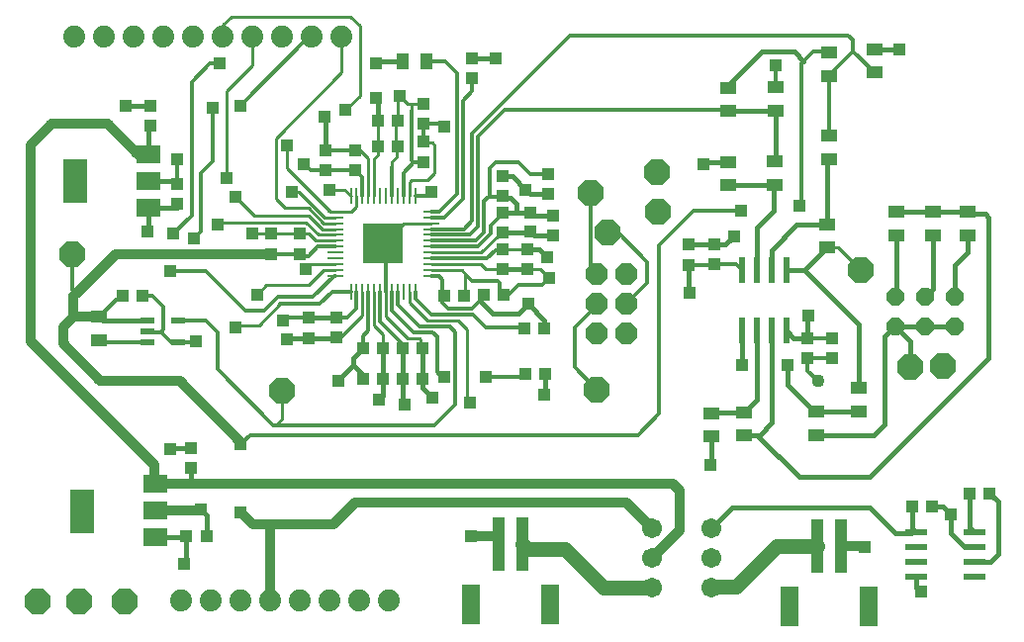
<source format=gtl>
G75*
%MOIN*%
%OFA0B0*%
%FSLAX25Y25*%
%IPPOS*%
%LPD*%
%AMOC8*
5,1,8,0,0,1.08239X$1,22.5*
%
%ADD10R,0.04331X0.03937*%
%ADD11R,0.03937X0.04331*%
%ADD12R,0.07900X0.05900*%
%ADD13R,0.07900X0.15000*%
%ADD14OC8,0.06000*%
%ADD15R,0.03937X0.18110*%
%ADD16R,0.06299X0.13386*%
%ADD17R,0.02362X0.08661*%
%ADD18C,0.07400*%
%ADD19OC8,0.07400*%
%ADD20R,0.05512X0.04331*%
%ADD21R,0.04331X0.05512*%
%ADD22C,0.06731*%
%ADD23OC8,0.08500*%
%ADD24R,0.13800X0.13800*%
%ADD25R,0.01100X0.05800*%
%ADD26R,0.05800X0.01100*%
%ADD27R,0.04724X0.02165*%
%ADD28R,0.07800X0.02100*%
%ADD29C,0.01200*%
%ADD30C,0.01600*%
%ADD31R,0.04362X0.04362*%
%ADD32C,0.01000*%
%ADD33C,0.03200*%
%ADD34C,0.04362*%
%ADD35C,0.05000*%
D10*
X0267811Y0137575D03*
X0274504Y0137575D03*
X0327181Y0190764D03*
X0333874Y0190764D03*
X0340764Y0190685D03*
X0347457Y0190685D03*
X0347339Y0201157D03*
X0340646Y0201157D03*
X0333953Y0201157D03*
X0327260Y0201157D03*
X0354622Y0218874D03*
X0361315Y0218874D03*
X0367850Y0218992D03*
X0374543Y0218992D03*
X0381709Y0207614D03*
X0388402Y0207614D03*
X0388677Y0192496D03*
X0381984Y0192496D03*
X0339110Y0268953D03*
X0332417Y0268953D03*
X0332299Y0277850D03*
X0338992Y0277850D03*
X0253047Y0218795D03*
X0246354Y0218795D03*
X0512417Y0147890D03*
X0519110Y0147890D03*
X0531709Y0152220D03*
X0538402Y0152220D03*
D11*
X0477024Y0197772D03*
X0485252Y0197850D03*
X0485252Y0204543D03*
X0477024Y0204465D03*
X0445646Y0229307D03*
X0437024Y0229228D03*
X0437024Y0235921D03*
X0445646Y0236000D03*
X0391472Y0238992D03*
X0382811Y0234268D03*
X0374386Y0234386D03*
X0374386Y0240094D03*
X0374386Y0246787D03*
X0374228Y0252378D03*
X0374228Y0259071D03*
X0389504Y0259661D03*
X0389504Y0252969D03*
X0391472Y0245685D03*
X0382811Y0227575D03*
X0374386Y0227693D03*
X0324701Y0261039D03*
X0324701Y0267732D03*
X0314661Y0267654D03*
X0314661Y0260961D03*
X0305843Y0239583D03*
X0305843Y0232890D03*
X0296157Y0232890D03*
X0296157Y0239583D03*
X0264543Y0249819D03*
X0264543Y0256512D03*
X0255528Y0276197D03*
X0255528Y0282890D03*
X0347772Y0283283D03*
X0347772Y0276591D03*
X0347693Y0270567D03*
X0347693Y0263874D03*
X0363835Y0292024D03*
X0363835Y0298717D03*
X0318441Y0211354D03*
X0318441Y0204661D03*
X0308953Y0204543D03*
X0308953Y0211236D03*
X0269386Y0167378D03*
X0269386Y0160685D03*
D12*
X0257416Y0155297D03*
X0257416Y0146297D03*
X0257416Y0137297D03*
X0255014Y0248399D03*
X0255014Y0257399D03*
X0255014Y0266399D03*
D13*
X0230214Y0257299D03*
X0232616Y0146197D03*
D14*
X0506591Y0208441D03*
X0516591Y0208441D03*
X0526591Y0208441D03*
X0526591Y0218441D03*
X0516591Y0218441D03*
X0506591Y0218441D03*
D15*
X0380843Y0135173D03*
X0372969Y0135173D03*
X0480331Y0134386D03*
X0488205Y0134386D03*
D16*
X0497654Y0113913D03*
X0470882Y0113913D03*
X0390291Y0114701D03*
X0363520Y0114701D03*
D17*
X0454917Y0206945D03*
X0459917Y0206945D03*
X0464917Y0206945D03*
X0469917Y0206945D03*
X0469917Y0227417D03*
X0464917Y0227417D03*
X0459917Y0227417D03*
X0454917Y0227417D03*
D18*
X0320000Y0306000D03*
X0310000Y0306000D03*
X0300000Y0306000D03*
X0290000Y0306000D03*
X0280000Y0306000D03*
X0270000Y0306000D03*
X0260000Y0306000D03*
X0250000Y0306000D03*
X0240000Y0306000D03*
X0230000Y0306000D03*
X0266000Y0116000D03*
X0276000Y0116000D03*
X0286000Y0116000D03*
X0296000Y0116000D03*
X0306000Y0116000D03*
X0316000Y0116000D03*
X0326000Y0116000D03*
X0336000Y0116000D03*
D19*
X0406000Y0206000D03*
X0416000Y0206000D03*
X0416000Y0216000D03*
X0406000Y0216000D03*
X0406000Y0226000D03*
X0416000Y0226000D03*
D20*
X0450449Y0255961D03*
X0450449Y0263835D03*
X0466000Y0263913D03*
X0466000Y0256039D03*
X0484307Y0264701D03*
X0484307Y0272575D03*
X0466394Y0281118D03*
X0466394Y0288992D03*
X0450449Y0288874D03*
X0450449Y0281000D03*
X0484228Y0292811D03*
X0484228Y0300685D03*
X0499543Y0301787D03*
X0499543Y0293913D03*
X0506827Y0246906D03*
X0506827Y0239031D03*
X0519346Y0239031D03*
X0519346Y0246906D03*
X0531079Y0246906D03*
X0531079Y0239031D03*
X0483520Y0242811D03*
X0483520Y0234937D03*
X0494386Y0187614D03*
X0494386Y0179740D03*
X0480016Y0179740D03*
X0480016Y0171866D03*
X0455764Y0171591D03*
X0455764Y0179465D03*
X0444661Y0179150D03*
X0444661Y0171276D03*
X0238480Y0203795D03*
X0238480Y0211669D03*
D21*
X0340685Y0297614D03*
X0348559Y0297614D03*
D22*
X0424661Y0140449D03*
X0424661Y0130449D03*
X0424661Y0120449D03*
X0444661Y0120449D03*
X0444661Y0130449D03*
X0444661Y0140449D03*
D23*
X0217811Y0115567D03*
X0231512Y0115567D03*
X0246945Y0115764D03*
X0300094Y0186669D03*
X0229465Y0232890D03*
X0404031Y0253559D03*
X0409740Y0239976D03*
X0426787Y0247063D03*
X0426315Y0260449D03*
X0494976Y0227378D03*
X0511630Y0194740D03*
X0522654Y0195055D03*
X0406000Y0187220D03*
D24*
X0334031Y0236236D03*
D25*
X0333031Y0220036D03*
X0331031Y0220036D03*
X0329131Y0220036D03*
X0327131Y0220036D03*
X0325131Y0220036D03*
X0323231Y0220036D03*
X0335031Y0220036D03*
X0337031Y0220036D03*
X0338931Y0220036D03*
X0340931Y0220036D03*
X0342931Y0220036D03*
X0344831Y0220036D03*
X0344831Y0252436D03*
X0342931Y0252436D03*
X0340931Y0252436D03*
X0338931Y0252436D03*
X0337031Y0252436D03*
X0335031Y0252436D03*
X0333031Y0252436D03*
X0331031Y0252436D03*
X0329131Y0252436D03*
X0327131Y0252436D03*
X0325131Y0252436D03*
X0323231Y0252436D03*
D26*
X0317831Y0247036D03*
X0317831Y0245136D03*
X0317831Y0243136D03*
X0317831Y0241136D03*
X0317831Y0239236D03*
X0317831Y0237236D03*
X0317831Y0235236D03*
X0317831Y0233236D03*
X0317831Y0231336D03*
X0317831Y0229336D03*
X0317831Y0227336D03*
X0317831Y0225436D03*
X0350231Y0225436D03*
X0350231Y0227336D03*
X0350231Y0229336D03*
X0350231Y0231336D03*
X0350231Y0233236D03*
X0350231Y0235236D03*
X0350231Y0237236D03*
X0350231Y0239236D03*
X0350231Y0241136D03*
X0350231Y0243136D03*
X0350231Y0245136D03*
X0350231Y0247036D03*
D27*
X0264858Y0210488D03*
X0254622Y0210488D03*
X0254622Y0206748D03*
X0254622Y0203008D03*
X0264858Y0203008D03*
D28*
X0513780Y0139169D03*
X0513780Y0134169D03*
X0513780Y0129169D03*
X0513780Y0124169D03*
X0533180Y0124169D03*
X0533180Y0129169D03*
X0533180Y0134169D03*
X0533180Y0139169D03*
D29*
X0480528Y0189976D02*
X0477024Y0193480D01*
X0477024Y0197772D01*
X0477102Y0197850D01*
X0485252Y0197850D01*
X0485252Y0204543D02*
X0477102Y0204543D01*
X0477024Y0204465D01*
X0454917Y0227417D02*
X0453028Y0229307D01*
X0445646Y0229307D01*
X0445567Y0229228D01*
X0437024Y0229228D01*
X0426984Y0235646D02*
X0426984Y0178953D01*
X0419898Y0171866D01*
X0289189Y0171866D01*
X0286039Y0168717D01*
X0297063Y0175016D02*
X0297850Y0175016D01*
X0351394Y0175016D01*
X0358480Y0182102D01*
X0358480Y0206512D01*
X0356512Y0208480D01*
X0346276Y0208480D01*
X0338931Y0215824D01*
X0338931Y0220036D01*
X0337031Y0220036D02*
X0337031Y0213787D01*
X0344307Y0206512D01*
X0350606Y0206512D01*
X0352181Y0204937D01*
X0352181Y0193126D01*
X0353756Y0191551D01*
X0354543Y0191551D01*
X0368717Y0191551D02*
X0381039Y0191551D01*
X0381984Y0192496D01*
X0381827Y0192339D01*
X0398638Y0194583D02*
X0406000Y0187220D01*
X0398638Y0194583D02*
X0398638Y0208087D01*
X0406000Y0215449D01*
X0406000Y0216000D01*
X0416000Y0216000D02*
X0423047Y0223047D01*
X0423047Y0230134D01*
X0413205Y0239976D01*
X0409740Y0239976D01*
X0404031Y0227969D02*
X0406000Y0226000D01*
X0404031Y0227969D02*
X0404031Y0253559D01*
X0389504Y0259661D02*
X0383677Y0259661D01*
X0379740Y0263598D01*
X0371866Y0263598D01*
X0369898Y0261630D01*
X0369898Y0252575D01*
X0370291Y0252181D01*
X0374031Y0252181D01*
X0374228Y0252378D01*
X0373638Y0251787D01*
X0370291Y0252181D02*
X0369504Y0252181D01*
X0367929Y0250606D01*
X0367929Y0239976D01*
X0365189Y0237236D01*
X0350231Y0237236D01*
X0350247Y0235252D02*
X0350231Y0235236D01*
X0350247Y0235252D02*
X0365961Y0235252D01*
X0370291Y0239583D01*
X0370291Y0242339D01*
X0374386Y0246433D01*
X0374386Y0246787D01*
X0365961Y0241945D02*
X0363252Y0239236D01*
X0350231Y0239236D01*
X0350231Y0241136D02*
X0361215Y0241136D01*
X0363992Y0243913D01*
X0363992Y0273441D01*
X0397063Y0306512D01*
X0490764Y0306512D01*
X0492339Y0304937D01*
X0492339Y0301118D01*
X0485331Y0294110D01*
X0485331Y0293913D01*
X0484228Y0292811D02*
X0484228Y0272654D01*
X0466394Y0288992D02*
X0466354Y0289031D01*
X0466354Y0296276D01*
X0475016Y0297063D02*
X0475016Y0249819D01*
X0474228Y0249031D01*
X0454543Y0247457D02*
X0438795Y0247457D01*
X0426984Y0235646D01*
X0389976Y0224622D02*
X0387614Y0222260D01*
X0379740Y0222260D01*
X0376472Y0218992D01*
X0374543Y0218992D01*
X0373441Y0220094D01*
X0373441Y0223047D01*
X0372654Y0223835D01*
X0363992Y0223835D01*
X0367850Y0218992D02*
X0367850Y0218244D01*
X0366748Y0217142D01*
X0363992Y0214386D01*
X0356118Y0214386D01*
X0354150Y0216354D01*
X0354150Y0218402D01*
X0354622Y0218874D01*
X0354150Y0219346D01*
X0354150Y0224228D01*
X0352942Y0225436D01*
X0350231Y0225436D01*
X0344831Y0220036D02*
X0344831Y0217798D01*
X0350213Y0212417D01*
X0364386Y0212417D01*
X0368717Y0208087D01*
X0381236Y0208087D01*
X0381709Y0207614D01*
X0369131Y0231336D02*
X0350231Y0231336D01*
X0335031Y0236260D02*
X0334055Y0236260D01*
X0334031Y0236236D01*
X0335031Y0236260D02*
X0335031Y0220036D01*
X0333031Y0220036D02*
X0333031Y0209913D01*
X0340646Y0202299D01*
X0340646Y0201157D01*
X0340764Y0201039D01*
X0329131Y0207084D02*
X0329131Y0220036D01*
X0325131Y0220036D02*
X0325131Y0214502D01*
X0321866Y0211236D01*
X0318559Y0211236D01*
X0318441Y0211354D01*
X0312811Y0215961D02*
X0299425Y0215961D01*
X0298638Y0218323D02*
X0293913Y0213598D01*
X0287614Y0213598D01*
X0274228Y0226984D01*
X0262417Y0226984D01*
X0256433Y0218795D02*
X0260055Y0215173D01*
X0260055Y0207299D01*
X0259268Y0206512D01*
X0254858Y0206512D01*
X0254622Y0206748D01*
X0254622Y0203008D02*
X0239268Y0203008D01*
X0238480Y0203795D01*
X0238480Y0211669D02*
X0245606Y0218795D01*
X0246354Y0218795D01*
X0253047Y0218795D02*
X0256433Y0218795D01*
X0264858Y0210488D02*
X0274189Y0210488D01*
X0278165Y0206512D01*
X0278165Y0193913D01*
X0297063Y0175016D01*
X0327181Y0201079D02*
X0327260Y0201157D01*
X0327260Y0205213D01*
X0329131Y0207084D01*
X0323231Y0220036D02*
X0316887Y0220036D01*
X0312811Y0215961D01*
X0310449Y0218323D02*
X0298638Y0218323D01*
X0301118Y0211354D02*
X0302457Y0211354D01*
X0302575Y0211236D01*
X0308953Y0211236D01*
X0309071Y0211354D01*
X0302575Y0211354D02*
X0302575Y0211236D01*
X0301118Y0211354D02*
X0300213Y0210449D01*
X0310449Y0218323D02*
X0317562Y0225436D01*
X0317831Y0225436D01*
X0308874Y0232102D02*
X0306630Y0232102D01*
X0305843Y0232890D01*
X0296157Y0232890D01*
X0308874Y0232102D02*
X0312008Y0235236D01*
X0317831Y0235236D01*
X0327131Y0252436D02*
X0327131Y0258609D01*
X0324701Y0261039D01*
X0314740Y0261039D01*
X0314661Y0260961D01*
X0309543Y0260961D01*
X0307299Y0263205D01*
X0314740Y0267732D02*
X0324701Y0267732D01*
X0337031Y0262228D02*
X0337031Y0252436D01*
X0340931Y0252436D02*
X0340931Y0260223D01*
X0344307Y0263598D01*
X0343520Y0264386D01*
X0343520Y0280921D01*
X0345882Y0283283D02*
X0347772Y0283283D01*
X0347772Y0276591D02*
X0347772Y0270646D01*
X0347693Y0270567D01*
X0347772Y0276591D02*
X0353756Y0276591D01*
X0354543Y0275803D01*
X0365961Y0272260D02*
X0375016Y0281315D01*
X0450134Y0281315D01*
X0450449Y0281000D01*
X0475016Y0297063D02*
X0475803Y0297850D01*
X0478953Y0301000D01*
X0483913Y0301000D01*
X0492339Y0301118D02*
X0499543Y0293913D01*
X0382811Y0234268D02*
X0382693Y0234386D01*
X0374386Y0234386D02*
X0374071Y0234071D01*
X0371866Y0234071D01*
X0369131Y0231336D01*
X0365961Y0241945D02*
X0365961Y0272260D01*
X0347693Y0263874D02*
X0347417Y0263598D01*
X0344307Y0263598D01*
X0339110Y0268953D02*
X0338992Y0269071D01*
X0339110Y0268953D02*
X0338402Y0268244D01*
X0350213Y0253756D02*
X0348893Y0252436D01*
X0344831Y0252436D01*
X0350231Y0247036D02*
X0352942Y0247036D01*
X0358874Y0252969D01*
X0358874Y0293598D01*
X0354858Y0297614D01*
X0348559Y0297614D01*
X0363835Y0292024D02*
X0363992Y0291866D01*
X0363992Y0287614D01*
X0360843Y0284465D01*
X0360843Y0251394D01*
X0354585Y0245136D01*
X0350231Y0245136D01*
X0309150Y0306000D02*
X0286039Y0282890D01*
X0276591Y0282102D02*
X0276591Y0263992D01*
X0272654Y0260055D01*
X0272654Y0240370D01*
X0270291Y0238008D01*
X0263205Y0239583D02*
X0269504Y0245882D01*
X0269504Y0290764D01*
X0275803Y0297063D01*
X0278953Y0297063D01*
X0309150Y0306000D02*
X0310000Y0306000D01*
X0264780Y0264780D02*
X0264543Y0264543D01*
X0264543Y0256512D01*
X0264543Y0256848D01*
X0263992Y0257399D01*
X0264543Y0249819D02*
X0264543Y0248950D01*
X0263992Y0248399D01*
X0229465Y0232890D02*
X0229465Y0220567D01*
X0230528Y0219504D01*
X0259268Y0206512D02*
X0262772Y0203008D01*
X0264858Y0203008D01*
X0270724Y0203008D01*
X0271079Y0203362D01*
D30*
X0254622Y0210488D02*
X0240370Y0210488D01*
X0239622Y0211236D01*
X0239661Y0210488D02*
X0238480Y0211669D01*
X0239661Y0210488D02*
X0240370Y0210488D01*
X0254543Y0240370D02*
X0255014Y0240841D01*
X0255014Y0248399D01*
X0263992Y0248399D01*
X0264698Y0248399D01*
X0265231Y0257399D02*
X0263992Y0257399D01*
X0255014Y0257399D01*
X0255014Y0266399D02*
X0255014Y0275683D01*
X0255528Y0276197D01*
X0255528Y0282890D02*
X0247457Y0282890D01*
X0314386Y0278953D02*
X0314661Y0278677D01*
X0314661Y0267654D01*
X0314740Y0267732D01*
X0332299Y0277850D02*
X0332299Y0284661D01*
X0331709Y0285252D01*
X0331709Y0297063D02*
X0332260Y0297614D01*
X0340685Y0297614D01*
X0363835Y0298717D02*
X0371787Y0298717D01*
X0371866Y0298638D01*
X0374228Y0259071D02*
X0377575Y0259071D01*
X0382102Y0254543D01*
X0383677Y0252969D01*
X0389504Y0252969D01*
X0391472Y0245685D02*
X0384661Y0245685D01*
X0383677Y0246669D01*
X0383559Y0246787D01*
X0378953Y0246787D01*
X0378953Y0249819D01*
X0376984Y0251787D01*
X0373638Y0251787D01*
X0374386Y0246787D02*
X0378953Y0246787D01*
X0383677Y0240370D02*
X0383402Y0240094D01*
X0374386Y0240094D01*
X0383677Y0240370D02*
X0385055Y0238992D01*
X0391472Y0238992D01*
X0386512Y0234386D02*
X0382929Y0234386D01*
X0382811Y0234268D01*
X0386512Y0234386D02*
X0389189Y0231709D01*
X0382811Y0227575D02*
X0374504Y0227575D01*
X0366748Y0217142D02*
X0371079Y0212811D01*
X0379740Y0212811D01*
X0382890Y0215961D01*
X0388402Y0210449D01*
X0388402Y0207614D01*
X0388402Y0209661D01*
X0388677Y0192496D02*
X0388677Y0185528D01*
X0388402Y0185252D01*
X0350606Y0184465D02*
X0347457Y0187614D01*
X0347457Y0190685D01*
X0347339Y0190803D01*
X0347339Y0201157D01*
X0340764Y0201039D02*
X0340764Y0190685D01*
X0340764Y0182496D01*
X0341157Y0182102D01*
X0333874Y0185055D02*
X0333874Y0190764D01*
X0333874Y0201079D01*
X0333953Y0201157D01*
X0327260Y0201157D02*
X0323835Y0197732D01*
X0323835Y0195488D01*
X0327181Y0192142D01*
X0327181Y0190764D01*
X0323835Y0195488D02*
X0319898Y0191551D01*
X0319898Y0190764D01*
X0319110Y0189976D01*
X0332496Y0183677D02*
X0333874Y0185055D01*
X0318323Y0204543D02*
X0308953Y0204543D01*
X0302181Y0204543D01*
X0301787Y0204150D01*
X0309071Y0211354D02*
X0318441Y0211354D01*
X0269386Y0167378D02*
X0262654Y0167378D01*
X0262417Y0167142D01*
X0269386Y0160685D02*
X0269386Y0156754D01*
X0267929Y0155297D01*
X0272654Y0146669D02*
X0274504Y0144819D01*
X0274504Y0137575D01*
X0267811Y0137575D02*
X0267811Y0129228D01*
X0267142Y0128559D01*
X0267533Y0137297D02*
X0257416Y0137297D01*
X0267533Y0137297D02*
X0267811Y0137575D01*
X0257416Y0155297D02*
X0257382Y0155331D01*
X0372969Y0137693D02*
X0372969Y0137220D01*
X0372969Y0135173D01*
X0444661Y0140449D02*
X0451669Y0147457D01*
X0497850Y0147457D01*
X0506512Y0138795D01*
X0512024Y0138795D01*
X0512398Y0139169D01*
X0513780Y0139169D01*
X0512417Y0140532D01*
X0512417Y0147890D01*
X0519110Y0147890D02*
X0522614Y0147890D01*
X0525409Y0145094D01*
X0525409Y0138795D01*
X0530035Y0134169D01*
X0533180Y0134169D01*
X0533180Y0129169D02*
X0538618Y0129169D01*
X0541157Y0131709D01*
X0541157Y0149465D01*
X0538402Y0152220D01*
X0531709Y0152220D02*
X0531709Y0140641D01*
X0533180Y0139169D01*
X0513780Y0124169D02*
X0513780Y0120503D01*
X0515173Y0119110D01*
X0497850Y0157693D02*
X0474228Y0157693D01*
X0460055Y0171866D01*
X0456039Y0171866D01*
X0455764Y0171591D01*
X0460055Y0171866D02*
X0460843Y0171866D01*
X0464917Y0175941D01*
X0464917Y0206945D01*
X0459917Y0206945D02*
X0459917Y0183618D01*
X0455764Y0179465D01*
X0444976Y0179465D01*
X0444661Y0179150D01*
X0444661Y0171276D02*
X0444661Y0161984D01*
X0444307Y0161630D01*
X0480016Y0171866D02*
X0499425Y0171866D01*
X0503087Y0175528D01*
X0503087Y0204937D01*
X0506591Y0208441D01*
X0511630Y0203402D01*
X0511630Y0194740D01*
X0494386Y0187614D02*
X0494386Y0209031D01*
X0476000Y0227417D01*
X0483520Y0234937D01*
X0483441Y0242732D02*
X0473441Y0242732D01*
X0464917Y0234209D01*
X0464917Y0227417D01*
X0459917Y0227417D02*
X0459917Y0241807D01*
X0465567Y0247457D01*
X0465567Y0255606D01*
X0466000Y0256039D01*
X0465921Y0255961D01*
X0450449Y0255961D01*
X0450449Y0263835D02*
X0442575Y0263835D01*
X0441945Y0263205D01*
X0466000Y0263913D02*
X0466394Y0264307D01*
X0466394Y0281118D01*
X0450567Y0281118D01*
X0450449Y0281000D01*
X0450449Y0288874D02*
X0450449Y0289819D01*
X0461630Y0301000D01*
X0472654Y0301000D01*
X0475803Y0297850D01*
X0483913Y0301000D02*
X0484228Y0300685D01*
X0485331Y0293913D02*
X0484228Y0292811D01*
X0499543Y0301787D02*
X0508087Y0301787D01*
X0484228Y0272654D02*
X0484307Y0272575D01*
X0484307Y0264701D02*
X0483520Y0263913D01*
X0483520Y0242811D01*
X0483441Y0242732D01*
X0476000Y0227417D02*
X0469917Y0227417D01*
X0452181Y0238795D02*
X0449386Y0236000D01*
X0445646Y0236000D01*
X0437102Y0236000D01*
X0437024Y0235921D01*
X0437024Y0229228D02*
X0437024Y0220094D01*
X0437220Y0219898D01*
X0454917Y0206945D02*
X0454917Y0195508D01*
X0454937Y0195488D01*
X0470291Y0195488D02*
X0470291Y0188677D01*
X0479228Y0179740D01*
X0480016Y0179740D01*
X0494386Y0179740D01*
X0497850Y0157693D02*
X0538008Y0197850D01*
X0538008Y0245094D01*
X0536827Y0246276D01*
X0531709Y0246276D01*
X0531079Y0246906D01*
X0519346Y0246906D01*
X0506827Y0246906D01*
X0506827Y0239031D02*
X0506827Y0218677D01*
X0506591Y0218441D01*
X0516591Y0218441D02*
X0519346Y0221197D01*
X0519346Y0239031D01*
X0530921Y0238874D02*
X0530921Y0233283D01*
X0526591Y0228953D01*
X0526591Y0218441D01*
X0526591Y0208441D02*
X0516591Y0208441D01*
X0506591Y0208441D01*
X0477378Y0212024D02*
X0477024Y0211669D01*
X0477024Y0204465D01*
X0472398Y0204465D01*
X0469917Y0206945D01*
X0530921Y0238874D02*
X0531079Y0239031D01*
D31*
X0474228Y0249031D03*
X0454543Y0247457D03*
X0452181Y0238795D03*
X0437220Y0219898D03*
X0454937Y0195488D03*
X0470291Y0195488D03*
X0477378Y0212024D03*
X0444307Y0161630D03*
X0496276Y0134071D03*
X0515173Y0119110D03*
X0525409Y0145094D03*
X0388402Y0185252D03*
X0368717Y0191551D03*
X0363205Y0182890D03*
X0354543Y0191551D03*
X0350606Y0184465D03*
X0341157Y0182102D03*
X0332496Y0183677D03*
X0319110Y0189976D03*
X0301787Y0204150D03*
X0300213Y0210449D03*
X0291551Y0219110D03*
X0308087Y0227772D03*
X0289976Y0239583D03*
X0278165Y0242732D03*
X0270291Y0238008D03*
X0263205Y0239583D03*
X0254543Y0240370D03*
X0262417Y0226984D03*
X0284465Y0208087D03*
X0271079Y0203362D03*
X0262417Y0167142D03*
X0286039Y0168717D03*
X0272654Y0146669D03*
X0286039Y0145882D03*
X0267142Y0128559D03*
X0363598Y0137614D03*
X0382890Y0215961D03*
X0389976Y0224622D03*
X0389189Y0231709D03*
X0383677Y0240370D03*
X0383677Y0246669D03*
X0382102Y0254543D03*
X0350213Y0253756D03*
X0354543Y0275803D03*
X0339583Y0286039D03*
X0331709Y0285252D03*
X0321472Y0281315D03*
X0314386Y0278953D03*
X0301787Y0269504D03*
X0307299Y0263205D03*
X0303362Y0253756D03*
X0315961Y0254543D03*
X0284465Y0252181D03*
X0281315Y0258480D03*
X0264780Y0264780D03*
X0276591Y0282102D03*
X0286039Y0282890D03*
X0278953Y0297063D03*
X0247457Y0282890D03*
X0331709Y0297063D03*
X0371866Y0298638D03*
X0441945Y0263205D03*
X0466354Y0296276D03*
X0508087Y0301787D03*
D32*
X0487417Y0234937D02*
X0483520Y0234937D01*
X0487417Y0234937D02*
X0494976Y0227378D01*
X0389976Y0224622D02*
X0387024Y0227575D01*
X0382811Y0227575D01*
X0374504Y0227575D02*
X0374386Y0227693D01*
X0368795Y0227693D01*
X0367142Y0229346D01*
X0350242Y0229346D01*
X0350231Y0229336D01*
X0350231Y0227336D02*
X0360491Y0227336D01*
X0361630Y0226197D01*
X0363992Y0223835D01*
X0361630Y0226197D02*
X0361630Y0219189D01*
X0361315Y0218874D01*
X0359268Y0210449D02*
X0349031Y0210449D01*
X0342931Y0216549D01*
X0342931Y0220036D01*
X0335031Y0220036D02*
X0335031Y0211850D01*
X0342339Y0204543D01*
X0346276Y0204543D01*
X0346669Y0204150D01*
X0346669Y0201827D01*
X0347339Y0201157D01*
X0345724Y0201157D01*
X0347339Y0201157D02*
X0347457Y0201039D01*
X0333953Y0201157D02*
X0333953Y0205843D01*
X0330921Y0208874D01*
X0330921Y0219926D01*
X0331031Y0220036D01*
X0327131Y0220036D02*
X0327131Y0212171D01*
X0319622Y0204661D01*
X0318441Y0204661D01*
X0318323Y0204543D01*
X0299425Y0215961D02*
X0292339Y0208874D01*
X0285252Y0208874D01*
X0284465Y0208087D01*
X0291551Y0219110D02*
X0294701Y0222260D01*
X0308874Y0222260D01*
X0313950Y0227336D01*
X0317831Y0227336D01*
X0317831Y0229336D02*
X0309651Y0229336D01*
X0308087Y0227772D01*
X0311220Y0237236D02*
X0308874Y0239583D01*
X0305843Y0239583D01*
X0296157Y0239583D01*
X0289976Y0239583D01*
X0278559Y0243520D02*
X0308087Y0243520D01*
X0312370Y0239236D01*
X0317831Y0239236D01*
X0317831Y0241136D02*
X0313620Y0241136D01*
X0308874Y0245882D01*
X0290764Y0245882D01*
X0284465Y0252181D01*
X0281315Y0258480D02*
X0281315Y0287614D01*
X0289976Y0296276D01*
X0289976Y0305976D01*
X0290000Y0306000D01*
X0282890Y0312811D02*
X0280000Y0309921D01*
X0280000Y0306000D01*
X0282890Y0312811D02*
X0323047Y0312811D01*
X0326197Y0309661D01*
X0326197Y0286039D01*
X0321472Y0281315D01*
X0332299Y0277850D02*
X0332299Y0269071D01*
X0332417Y0268953D01*
X0332417Y0266276D01*
X0330921Y0264780D01*
X0330921Y0252546D01*
X0331031Y0252436D01*
X0329131Y0252436D02*
X0328953Y0252615D01*
X0328953Y0265173D01*
X0326394Y0267732D01*
X0324701Y0267732D01*
X0324622Y0267654D01*
X0337031Y0263803D02*
X0338795Y0265567D01*
X0338795Y0268638D01*
X0339110Y0268953D01*
X0338402Y0268244D02*
X0338402Y0277260D01*
X0338992Y0277850D01*
X0338992Y0285449D01*
X0339583Y0286039D01*
X0342339Y0283283D01*
X0343520Y0283283D01*
X0343520Y0280921D01*
X0343520Y0283283D02*
X0345882Y0283283D01*
X0347693Y0270567D02*
X0347969Y0270291D01*
X0350606Y0270291D01*
X0351394Y0269504D01*
X0351394Y0260055D01*
X0349031Y0257693D01*
X0343520Y0257693D01*
X0342931Y0257105D01*
X0342931Y0252436D01*
X0340931Y0243136D02*
X0334031Y0236236D01*
X0340931Y0243136D02*
X0350231Y0243136D01*
X0350279Y0233283D02*
X0350231Y0233236D01*
X0350279Y0233283D02*
X0367142Y0233283D01*
X0372850Y0238992D01*
X0375488Y0238992D01*
X0374386Y0240094D01*
X0374386Y0234386D02*
X0373598Y0234386D01*
X0374386Y0234386D02*
X0382693Y0234386D01*
X0374543Y0220370D02*
X0374543Y0218992D01*
X0362417Y0207299D02*
X0362417Y0183677D01*
X0363205Y0182890D01*
X0362417Y0207299D02*
X0359268Y0210449D01*
X0317831Y0237236D02*
X0311220Y0237236D01*
X0313982Y0243136D02*
X0308874Y0248244D01*
X0301000Y0248244D01*
X0297850Y0251394D01*
X0297850Y0271866D01*
X0320000Y0294016D01*
X0320000Y0306000D01*
X0301787Y0269504D02*
X0301787Y0261630D01*
X0316381Y0247036D01*
X0317831Y0247036D01*
X0323414Y0247036D01*
X0325131Y0248754D01*
X0325131Y0252436D01*
X0323231Y0252436D02*
X0321124Y0254543D01*
X0315961Y0254543D01*
X0314344Y0245136D02*
X0305724Y0253756D01*
X0303362Y0253756D01*
X0314344Y0245136D02*
X0317831Y0245136D01*
X0317831Y0243136D02*
X0313982Y0243136D01*
X0337031Y0262228D02*
X0337031Y0263803D01*
X0278559Y0243520D02*
X0278165Y0243126D01*
X0278165Y0242732D01*
X0300094Y0186669D02*
X0300094Y0177260D01*
X0297850Y0175016D01*
D33*
X0286039Y0169504D02*
X0265567Y0189976D01*
X0238795Y0189976D01*
X0226197Y0202575D01*
X0226197Y0208087D01*
X0229780Y0211669D01*
X0229780Y0218756D01*
X0230528Y0219504D01*
X0243913Y0232890D01*
X0296157Y0232890D01*
X0255014Y0266399D02*
X0251349Y0266399D01*
X0241157Y0276591D01*
X0222260Y0276591D01*
X0215173Y0269504D01*
X0215173Y0203362D01*
X0256906Y0161630D01*
X0256906Y0155807D01*
X0257416Y0155297D01*
X0267929Y0155297D01*
X0311990Y0155297D01*
X0312024Y0155331D01*
X0431709Y0155331D01*
X0434071Y0152969D01*
X0434071Y0139858D01*
X0424661Y0130449D01*
X0424661Y0140449D02*
X0416079Y0149031D01*
X0324622Y0149031D01*
X0317260Y0141669D01*
X0296000Y0141669D01*
X0290252Y0141669D01*
X0286039Y0145882D01*
X0296000Y0141669D02*
X0296000Y0116000D01*
X0272281Y0146297D02*
X0257416Y0146297D01*
X0272281Y0146297D02*
X0272654Y0146669D01*
X0286039Y0168717D02*
X0286039Y0169504D01*
X0309661Y0155331D02*
X0312024Y0155331D01*
X0363598Y0137614D02*
X0372575Y0137614D01*
X0372969Y0137220D01*
X0488205Y0134386D02*
X0495961Y0134386D01*
X0496276Y0134071D01*
X0238480Y0211669D02*
X0229780Y0211669D01*
D34*
X0480528Y0189976D03*
D35*
X0480331Y0134386D02*
X0466669Y0134386D01*
X0452969Y0120685D01*
X0444898Y0120685D01*
X0444661Y0120449D01*
X0424661Y0120449D02*
X0408323Y0120449D01*
X0395488Y0133283D01*
X0382732Y0133283D01*
X0380843Y0135173D01*
M02*

</source>
